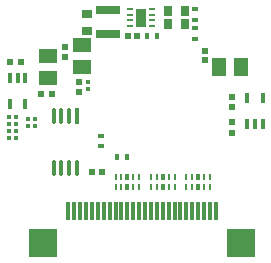
<source format=gtp>
G04*
G04 #@! TF.GenerationSoftware,Altium Limited,Altium Designer,23.8.1 (32)*
G04*
G04 Layer_Color=8421504*
%FSLAX44Y44*%
%MOMM*%
G71*
G04*
G04 #@! TF.SameCoordinates,D32FF3FC-BFFE-4070-827C-C4EDDC97BD27*
G04*
G04*
G04 #@! TF.FilePolarity,Positive*
G04*
G01*
G75*
%ADD14R,0.3500X0.3500*%
%ADD15O,0.3500X1.4000*%
%ADD16R,0.3500X1.4000*%
%ADD17R,0.5200X0.5200*%
%ADD18R,0.5500X0.4500*%
%ADD19R,0.3500X0.3500*%
%ADD20R,0.3500X0.8500*%
%ADD21R,0.5000X0.2800*%
%ADD22R,0.9000X1.6000*%
%ADD23R,0.7000X0.9000*%
%ADD24R,0.4500X0.5500*%
%ADD25R,2.0000X0.8000*%
%ADD26R,1.5000X1.3000*%
%ADD27R,1.3000X1.5000*%
G04:AMPARAMS|DCode=28|XSize=0.2mm|YSize=0.565mm|CornerRadius=0.05mm|HoleSize=0mm|Usage=FLASHONLY|Rotation=180.000|XOffset=0mm|YOffset=0mm|HoleType=Round|Shape=RoundedRectangle|*
%AMROUNDEDRECTD28*
21,1,0.2000,0.4650,0,0,180.0*
21,1,0.1000,0.5650,0,0,180.0*
1,1,0.1000,-0.0500,0.2325*
1,1,0.1000,0.0500,0.2325*
1,1,0.1000,0.0500,-0.2325*
1,1,0.1000,-0.0500,-0.2325*
%
%ADD28ROUNDEDRECTD28*%
G04:AMPARAMS|DCode=29|XSize=0.4mm|YSize=0.565mm|CornerRadius=0.05mm|HoleSize=0mm|Usage=FLASHONLY|Rotation=180.000|XOffset=0mm|YOffset=0mm|HoleType=Round|Shape=RoundedRectangle|*
%AMROUNDEDRECTD29*
21,1,0.4000,0.4650,0,0,180.0*
21,1,0.3000,0.5650,0,0,180.0*
1,1,0.1000,-0.1500,0.2325*
1,1,0.1000,0.1500,0.2325*
1,1,0.1000,0.1500,-0.2325*
1,1,0.1000,-0.1500,-0.2325*
%
%ADD29ROUNDEDRECTD29*%
%ADD30R,0.6200X0.6200*%
%ADD31R,0.6200X0.6200*%
%ADD32R,0.9000X0.7000*%
%ADD33R,0.5200X0.5200*%
%ADD34R,0.3200X0.3600*%
%ADD35R,0.3000X1.6000*%
%ADD36R,2.4000X2.4000*%
%ADD37R,2.4000X2.4000*%
D14*
X-90436Y44590D02*
D03*
Y38590D02*
D03*
X-96786Y44590D02*
D03*
Y38590D02*
D03*
X-112559Y34208D02*
D03*
Y28208D02*
D03*
X-106529D02*
D03*
Y34208D02*
D03*
D15*
X-74837Y3400D02*
D03*
X-68337Y3400D02*
D03*
X-55337D02*
D03*
X-61837Y3400D02*
D03*
X-74837Y47400D02*
D03*
X-68337D02*
D03*
X-61837D02*
D03*
D16*
X-55337D02*
D03*
D17*
X-42100Y0D02*
D03*
X-34100D02*
D03*
X-4000Y115000D02*
D03*
X-12000D02*
D03*
D18*
X-35074Y21430D02*
D03*
Y30430D02*
D03*
X45000Y112500D02*
D03*
Y121500D02*
D03*
Y137500D02*
D03*
Y128500D02*
D03*
D19*
X-106736Y46340D02*
D03*
X-112736D02*
D03*
X-106736Y40340D02*
D03*
X-112736D02*
D03*
D20*
X-111780Y57534D02*
D03*
Y79534D02*
D03*
X-98780Y57534D02*
D03*
Y79534D02*
D03*
X-105280D02*
D03*
X95500Y40500D02*
D03*
X89000D02*
D03*
Y62500D02*
D03*
X102000Y40500D02*
D03*
Y62500D02*
D03*
D21*
X-10500Y138000D02*
D03*
Y133000D02*
D03*
Y128000D02*
D03*
Y123000D02*
D03*
X8500Y138000D02*
D03*
Y133000D02*
D03*
Y128000D02*
D03*
Y123000D02*
D03*
D22*
X-1000Y130500D02*
D03*
D23*
X36000Y136000D02*
D03*
X22000D02*
D03*
X36000Y125000D02*
D03*
X22000D02*
D03*
D24*
X-21568Y12760D02*
D03*
X-12568D02*
D03*
X4000Y115000D02*
D03*
X13000D02*
D03*
D25*
X-28500Y116500D02*
D03*
Y136500D02*
D03*
D26*
X-80010Y78970D02*
D03*
Y97970D02*
D03*
X-51000Y107500D02*
D03*
Y88500D02*
D03*
D27*
X84000Y89000D02*
D03*
X65000D02*
D03*
D28*
X-2500Y-13000D02*
D03*
X-7500D02*
D03*
X-17500D02*
D03*
X-22500D02*
D03*
Y-4650D02*
D03*
X-17500D02*
D03*
X-7500D02*
D03*
X-2500D02*
D03*
X27500Y-13000D02*
D03*
X22500D02*
D03*
X12500D02*
D03*
X7500D02*
D03*
Y-4650D02*
D03*
X12500D02*
D03*
X22500D02*
D03*
X27500D02*
D03*
X57500Y-13000D02*
D03*
X52500D02*
D03*
X42500D02*
D03*
X37500D02*
D03*
Y-4650D02*
D03*
X42500D02*
D03*
X52500D02*
D03*
X57500D02*
D03*
D29*
X-12500Y-13000D02*
D03*
Y-4650D02*
D03*
X17500Y-13000D02*
D03*
Y-4650D02*
D03*
X47500Y-13000D02*
D03*
Y-4650D02*
D03*
D30*
X-76704Y65434D02*
D03*
X-85703D02*
D03*
X-102740Y92710D02*
D03*
X-111740D02*
D03*
D31*
X75900Y54575D02*
D03*
Y63575D02*
D03*
X75950Y41850D02*
D03*
Y32850D02*
D03*
D32*
X-46500Y119500D02*
D03*
Y133500D02*
D03*
D33*
X-65500Y105500D02*
D03*
Y97500D02*
D03*
X53000Y102500D02*
D03*
Y94500D02*
D03*
X-53500Y67500D02*
D03*
Y75500D02*
D03*
D34*
X-45700Y75600D02*
D03*
Y70000D02*
D03*
D35*
X-52500Y-33510D02*
D03*
X-7500D02*
D03*
X-2500D02*
D03*
X7500D02*
D03*
X12500D02*
D03*
X-17500D02*
D03*
X37500D02*
D03*
X42500D02*
D03*
X52500D02*
D03*
X57500D02*
D03*
X22500D02*
D03*
X27500D02*
D03*
X2500D02*
D03*
X62500D02*
D03*
X47500D02*
D03*
X-62500D02*
D03*
X-57500D02*
D03*
X-47500D02*
D03*
X-42500D02*
D03*
X-37500D02*
D03*
X-32500D02*
D03*
X-27500D02*
D03*
X-22500D02*
D03*
X-12500D02*
D03*
X17500D02*
D03*
X32500D02*
D03*
D36*
X83500Y-60010D02*
D03*
D37*
X-83500D02*
D03*
M02*

</source>
